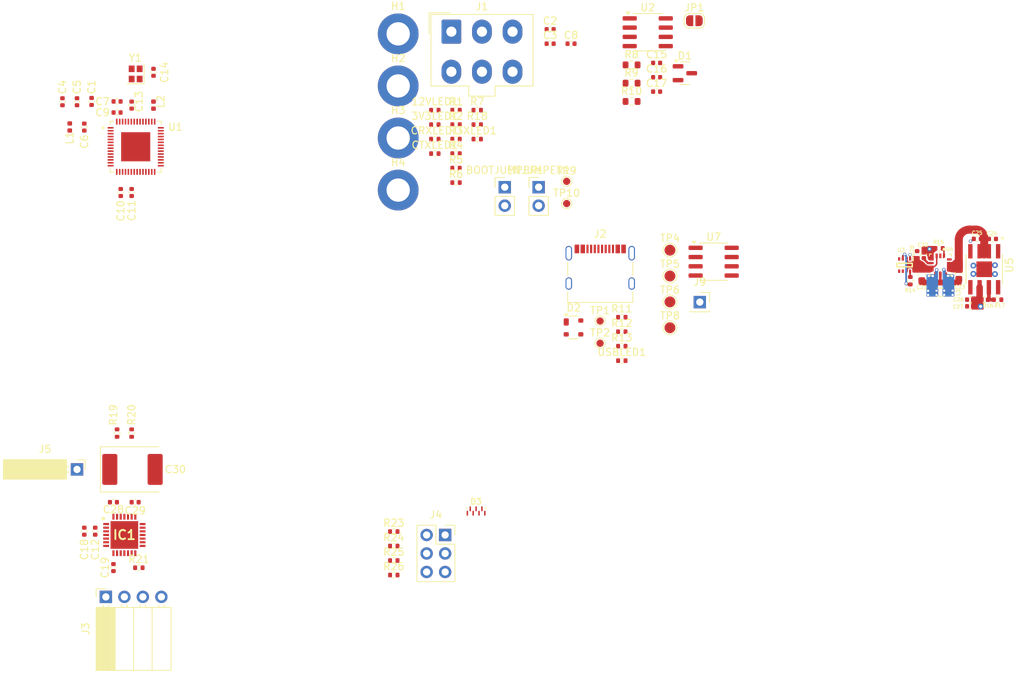
<source format=kicad_pcb>
(kicad_pcb (version 20240108) (generator "pcbnew") (generator_version "8.0")
  (layers (0 "F.Cu" signal) (1 "In1.Cu" signal) (2 "In2.Cu" power) (31 "B.Cu" power) (34 "B.Paste" user) (35 "F.Paste" user) (36 "B.SilkS" user "B.Silkscreen") (37 "F.SilkS" user "F.Silkscreen") (38 "B.Mask" user) (39 "F.Mask" user) (44 "Edge.Cuts" user))
  (net 0 "")
  (net 1 "GND")
  (net 2 "+3V3")
  (net 3 "VBUS")
  (net 4 "RBUS_uC_V")
  (net 5 "/Power/BBIN")
  (net 6 "/Power/BIAS")
  (net 7 "/Power/BBOUT")
  (net 8 "/Power/LX1")
  (net 9 "/Power/LX2")
  (net 10 "/Power/SEL")
  (net 11 "/Power/FBIn")
  (net 12 "Net-(U3-ST)")
  (net 18 "Net-(3V3LED1-A)")
  (net 19 "Net-(12VLED1-A)")
  (net 20 "/BOOT")
  (net 21 "/CHIP_PU")
  (net 22 "Net-(C6-Pad1)")
  (net 23 "Net-(IC1-CPI)")
  (net 24 "Net-(IC1-CPO)")
  (net 25 "Net-(U1-XTAL_N)")
  (net 26 "Net-(C14-Pad1)")
  (net 27 "Net-(JP1-B)")
  (net 28 "Net-(IC1-VCP)")
  (net 29 "/Stepper_Driver/VSS")
  (net 30 "Net-(IC1-5VOUT)")
  (net 31 "/CAN_RX")
  (net 32 "Net-(CRXLED1-A)")
  (net 33 "Net-(CTXLED1-A)")
  (net 34 "/CAN_TX")
  (net 35 "/CAN+")
  (net 36 "/CAN-")
  (net 37 "/Data-")
  (net 38 "/Data+")
  (net 40 "/GPIO8")
  (net 41 "/GPIO5")
  (net 42 "/GPIO6")
  (net 44 "/GPIO7")
  (net 45 "Net-(IC1-BRA)")
  (net 47 "Net-(IC1-BRB)")
  (net 48 "/Stepper_Driver/OB1")
  (net 49 "/MS1")
  (net 50 "/MOTOR_DIR")
  (net 51 "/SG_PULSE")
  (net 53 "/Stepper_Driver/OB2")
  (net 54 "/Stepper_Driver/OA2")
  (net 55 "/MS2")
  (net 56 "/MOTOR_STEP")
  (net 59 "/Stepper_Driver/OA1")
  (net 61 "/SG_CONFIG")
  (net 62 "+16.8V")
  (net 63 "Net-(J2-CC2)")
  (net 65 "Net-(J2-CC1)")
  (net 67 "Net-(J9-Pin_1)")
  (net 68 "/CAN-BUS/Vref")
  (net 69 "Net-(U1-XTAL_P)")
  (net 70 "Net-(TXLED1-A)")
  (net 71 "Net-(U1-U0TXD{slash}PROG{slash}GPIO43)")
  (net 72 "/TXD")
  (net 73 "+12V")
  (net 74 "Net-(U2-Rs)")
  (net 75 "Net-(USBLED1-A)")
  (net 76 "/SG_RESULT")
  (net 77 "/RXD")
  (footprint "MountingHole:MountingHole_3.2mm_M3_DIN965_Pad" (layer "F.Cu") (at 98.52 69.59)
    (property "Reference" "H3")
    (property "Value" "MountingHole_Pad")
  )
  (footprint "Capacitor_SMD:C_0402_1005Metric" (layer "F.Cu") (at 119.38 54.67)
    (property "Reference" "C2")
    (property "Value" "1uF")
  )
  (footprint "Capacitor_SMD:C_0402_1005Metric" (layer "F.Cu") (at 59.925 66.09 180)
    (property "Reference" "C9")
    (property "Value" "10nF")
  )
  (footprint "Capacitor_Tantalum_SMD:CP_EIA-7360-38_Kemet-E" (layer "F.Cu") (at 62.0375 115.09)
    (property "Reference" "C30")
    (property "Value" "100u")
  )
  (footprint "Capacitor_SMD:C_0402_1005Metric" (layer "F.Cu") (at 119.38 56.64)
    (property "Reference" "C3")
    (property "Value" "0.1uF")
  )
  (footprint "Resistor_SMD:R_0402_1005Metric" (layer "F.Cu") (at 180.817285 91.79)
    (property "Reference" "R17")
    (property "Value" "10k")
  )
  (footprint "Resistor_SMD:R_0402_1005Metric" (layer "F.Cu") (at 106.46 73.72)
    (property "Reference" "R5")
    (property "Value" "1k")
  )
  (footprint "Inductor_SMD:L_0402_1005Metric" (layer "F.Cu") (at 53.425 68.075 -90)
    (property "Reference" "L1")
    (property "Value" "2.0nH")
  )
  (footprint "Resistor_SMD:R_0402_1005Metric" (layer "F.Cu") (at 106.46 75.71)
    (property "Reference" "R6")
    (property "Value" "499R")
  )
  (footprint "Resistor_SMD:R_0402_1005Metric" (layer "F.Cu") (at 129.22 100.16)
    (property "Reference" "USBLED1")
    (property "Value" "WHITE_LED")
  )
  (footprint "Capacitor_SMD:C_0402_1005Metric" (layer "F.Cu") (at 59.425 119.59)
    (property "Reference" "C28")
    (property "Value" "100n")
  )
  (footprint "Resistor_SMD:R_0603_1608Metric" (layer "F.Cu") (at 130.56 59.55)
    (property "Reference" "R8")
    (property "Value" "0")
  )
  (footprint "Capacitor_SMD:C_0402_1005Metric" (layer "F.Cu") (at 134 61.25)
    (property "Reference" "C16")
    (property "Value" "10uF")
  )
  (footprint "Capacitor_SMD:C_0402_1005Metric" (layer "F.Cu") (at 61.925 65.07 90)
    (property "Reference" "C13")
    (property "Value" "11pF")
  )
  (footprint "Resistor_SMD:R_0603_1608Metric" (layer "F.Cu") (at 130.56 64.57)
    (property "Reference" "R10")
    (property "Value" "60")
  )
  (footprint "Capacitor_SMD:C_0402_1005Metric" (layer "F.Cu") (at 61.925 77.07 -90)
    (property "Reference" "C11")
    (property "Value" "0.1uF")
  )
  (footprint "Capacitor_SMD:C_0402_1005Metric" (layer "F.Cu") (at 64.925 60.57 90)
    (property "Reference" "C14")
    (property "Value" "11pF")
  )
  (footprint "Capacitor_SMD:C_0402_1005Metric" (layer "F.Cu") (at 56.425 64.57 90)
    (property "Reference" "C1")
    (property "Value" "10uF")
  )
  (footprint "Resistor_SMD:R_0402_1005Metric" (layer "F.Cu") (at 106.46 65.76)
    (property "Reference" "R1")
    (property "Value" "10K")
  )
  (footprint "Resistor_SMD:R_0402_1005Metric" (layer "F.Cu") (at 103.55 69.74)
    (property "Reference" "CRXLED1")
    (property "Value" "ORANGE_LED")
  )
  (footprint "Capacitor_SMD:C_0402_1005Metric" (layer "F.Cu") (at 56.925 123.57 -90)
    (property "Reference" "C12")
    (property "Value" "22n")
  )
  (footprint "Resistor_SMD:R_0402_1005Metric" (layer "F.Cu") (at 106.46 69.74)
    (property "Reference" "R3")
    (property "Value" "10K")
  )
  (footprint "Capacitor_SMD:C_0402_1005Metric" (layer "F.Cu") (at 59.425 128.57 90)
    (property "Reference" "C19")
    (property "Value" "2.2u")
  )
  (footprint "TestPoint:TestPoint_Pad_D1.0mm" (layer "F.Cu") (at 126.24 94.72)
    (property "Reference" "TP1")
    (property "Value" "TestPoint")
  )
  (footprint "Resistor_SMD:R_0402_1005Metric" (layer "F.Cu") (at 106.46 71.73)
    (property "Reference" "R4")
    (property "Value" "470")
  )
  (footprint "Capacitor_SMD:C_0402_1005Metric" (layer "F.Cu") (at 55.425 123.57 -90)
    (property "Reference" "C18")
    (property "Value" "100n")
  )
  (footprint "Capacitor_SMD:C_0402_1005Metric" (layer "F.Cu") (at 178.03 83.44 180)
    (property "Reference" "C25")
    (property "Value" "4.7uF")
  )
  (footprint "iclr:SOTFL50P160X60-8N" (layer "F.Cu") (at 168.05 87.032 -90)
    (property "Reference" "U3")
    (property "Value" "LM66200DRLR" (hide yes))
  )
  (footprint "Capacitor_SMD:C_0402_1005Metric" (layer "F.Cu") (at 134 59.28)
    (property "Reference" "C15")
    (property "Value" "100nF")
  )
  (footprint "Capacitor_SMD:C_0402_1005Metric" (layer "F.Cu") (at 122.25 56.64)
    (property "Reference" "C8")
    (property "Value" "0.1uF")
  )
  (footprint "Resistor_SMD:R_0402_1005Metric" (layer "F.Cu") (at 129.22 96.18)
    (property "Reference" "R12")
    (property "Value" "5.1k")
  )
  (footprint "Resistor_SMD:R_0402_1005Metric" (layer "F.Cu") (at 97.915 127.6)
    (property "Reference" "R25")
    (property "Value" "10k")
  )
  (footprint "Capacitor_SMD:C_0402_1005Metric" (layer "F.Cu") (at 177.11 92.7)
    (property "Reference" "C27")
    (property "Value" "0.1uF")
  )
  (footprint "Capacitor_SMD:C_0402_1005Metric" (layer "F.Cu") (at 60.425 77.07 -90)
    (property "Reference" "C10")
    (property "Value" "0.1uF")
  )
  (footprint "Resistor_SMD:R_0402_1005Metric" (layer "F.Cu") (at 61.925 110.1 -90)
    (property "Reference" "R20")
    (property "Value" "0.1")
  )
  (footprint "TestPoint:TestPoint_Pad_D1.5mm" (layer "F.Cu") (at 135.83 92.09)
    (property "Reference" "TP6")
    (property "Value" "TestPoint")
  )
  (footprint "Capacitor_SMD:C_0603_1608Metric" (layer "F.Cu") (at 175.485 88.19 -90)
    (property "Reference" "C23")
    (property "Value" "22uF")
  )
  (footprint "TestPoint:TestPoint_Pad_D1.5mm" (layer "F.Cu") (at 135.83 88.54)
    (property "Reference" "TP5")
    (property "Value" "TestPoint")
  )
  (footprint "TestPoint:TestPoint_Pad_D1.0mm" (layer "F.Cu") (at 121.65 78.59)
    (property "Reference" "TP10")
    (property "Value" "TestPoint")
  )
  (footprint "Resistor_SMD:R_0402_1005Metric" (layer "F.Cu") (at 103.55 67.75)
    (property "Reference" "3V3LED1")
    (property "Value" "BLUE_LED")
  )
  (footprint "MountingHole:MountingHole_3.2mm_M3_DIN965_Pad" (layer "F.Cu") (at 98.52 55.29)
    (property "Reference" "H1")
    (property "Value" "MountingHole_Pad")
  )
  (footprint "Connector_Molex:Molex_Mini-Fit_Jr_5566-06A_2x03_P4.20mm_Vertical" (layer "F.Cu") (at 105.82 54.99)
    (property "Reference" "J1")
    (property "Value" "RBUS")
  )
  (footprint "Resistor_SMD:R_0402_1005Metric" (layer "F.Cu") (at 168.83 89.182 90)
    (property "Reference" "R14")
    (property "Value" "10k")
  )
  (footprint "MountingHole:MountingHole_3.2mm_M3_DIN965_Pad" (layer "F.Cu") (at 98.52 76.74)
    (property "Reference" "H4")
    (property "Value" "MountingHole_Pad")
  )
  (footprint "TestPoint:TestPoint_Pad_D1.5mm" (layer "F.Cu") (at 135.83 95.64)
    (property "Reference" "TP8")
    (property "Value" "TestPoint")
  )
  (footprint "Resistor_SMD:R_0402_1005Metric" (layer "F.Cu") (at 97.915 125.61)
    (property "Reference" "R24")
    (property "Value" "10k")
  )
  (footprint "Capacitor_SMD:C_0402_1005Metric" (layer "F.Cu") (at 169.77 85.6 90)
    (property "Reference" "C20")
    (property "Value" "10uF")
  )
  (footprint "Capacitor_SMD:C_0402_1005Metric" (layer "F.Cu") (at 134 63.22)
    (property "Reference" "C17")
    (property "Value" "47nF")
  )
  (footprint "Connector_PinSocket_2.54mm:PinSocket_1x04_P2.54mm_Horizontal" (layer "F.Cu") (at 58.385 132.59 90)
    (property "Reference" "J3")
    (property "Value" "Motor Breakout")
  )
  (footprint "Resistor_SMD:R_0402_1005Metric" (layer "F.Cu") (at 59.925 110.1 -90)
    (property "Reference" "R19")
    (property "Value" "0.1")
  )
  (footprint "TestPoint:TestPoint_Pad_D1.0mm" (layer "F.Cu") (at 126.24 97.77)
    (property "Reference" "TP2")
    (property "Value" "TestPoint")
  )
  (footprint "Package_TO_SOT_SMD:SOT-143" (layer "F.Cu") (at 122.59 95.595)
    (property "Reference" "D2")
    (property "Value" "SP0503BAHT")
  )
  (footprint "Inductor_SMD:L_0402_1005Metric" (layer "F.Cu") (at 64.925 65.075 90)
    (property "Reference" "L2")
    (property "Value" "20nH")
  )
  (footprint "Resistor_SMD:R_0402_1005Metric" (layer "F.Cu") (at 103.55 65.76)
    (property "Reference" "12VLED1")
    (property "Value" "RED_LED")
  )
  (footprint "Resistor_SMD:R_0402_1005Metric" (layer "F.Cu") (at 129.22 94.19)
    (property "Reference" "R11")
    (property "Value" "5.1k")
  )
  (footprint "Connector_PinHeader_2.54mm:PinHeader_1x02_P2.54mm_Vertical" (layer "F.Cu") (at 117.8 76.34)
    (property "Reference" "ENJUMPER1")
    (property "Value" "Conn_01x02_Male")
  )
  (footprint "Resistor_SMD:R_0402_1005Metric" (layer "F.Cu") (at 178.957285 91.79)
    (property "Reference" "R16")
    (property "Value" "56k")
  )
  (footprint "Capacitor_SMD:C_0402_1005Metric" (layer "F.Cu") (at 59.925 64.57 180)
    (property "Reference" "C7")
    (property "Value" "1uF")
  )
  (footprint "Resistor_SMD:R_0402_1005Metric" (layer "F.Cu") (at 172.77 84.74 180)
    (property "Reference" "R15")
    (property "Value" "14k")
  )
  (footprint "Package_SO:SOIC-8_3.9x4.9mm_P1.27mm" (layer "F.Cu") (at 141.83 86.57)
    (property "Reference" "U7")
    (property "Value" "XL1509-3.3")
  )
  (footprint "Resistor_SMD:R_0402_1005Metric" (layer "F.Cu") (at 97.915 123.62)
    (property "Reference" "R23")
    (property "Value" "10k")
  )
  (footprint "Connector_PinSocket_2.54mm:PinSocket_1x01_P2.54mm_Horizontal" (layer "F.Cu") (at 54.425 115.09)
    (property "Reference" "J5")
    (property "Value" "Power in")
  )
  (footprint "Connector_PinHeader_2.54mm:PinHeader_1x02_P2.54mm_Vertical" (layer "F.Cu") (at 113.15 76.34)
    (property "Reference" "BOOTJUMPER1")
    (property "Value" "Conn_01x02_Male")
  )
  (footprint "Resistor_SMD:R_0402_1005Metric" (layer "F.Cu") (at 109.37 67.75)
    (property "Reference" "R18")
    (property "Value" "1k")
  )
  (footprint "Capacitor_SMD:C_0402_1005Metric" (layer "F.Cu") (at 180.109508 83.443814)
    (property "Reference" "C24")
    (property "Value" "10uF")
  )
  (footprint "iclr:QFN50P500X500X90-29N" (layer "F.Cu") (at 60.925 124.09)
    (property "Reference" "IC1")
    (property "Value" "TMC2209-LA" (hide yes))
  )
  (footprint "Resistor_SMD:R_0603_1608Metric" (layer "F.Cu") (at 130.56 62.06)
    (property "Reference" "R9")
    (property "Value" "60")
  )
  (footprint "iclr:SOIC127P599X175-9N" (layer "F.Cu") (at 178.979508 87.608814 -90)
    (property "Reference" "U5")
    (property "Value" "SC4215ASTRT")
  )
  (footprint "TestPoint:TestPoint_Pad_D1.0mm" (layer "F.Cu") (at 121.65 75.54)
    (property "Reference" "TP9")
    (property "Value" "TestPoint")
  )
  (footprint "Capacitor_SMD:C_0402_1005Metric" (layer "F.Cu") (at 52.425 64.61 90)
    (property "Reference" "C4")
    (property "Value" "1uF")
  )
  (footprint "Connector_USB:USB_C_Receptacle_Palconn_UTC16-G" (layer "F.Cu") (at 126.26 87.33)
    (property "Reference" "J2")
    (property "Value" "USB_C_Receptacle_USB2.0")
  )
  (footprint "Package_SO:SOIC-8_3.9x4.9mm_P1.27mm" (layer "F.Cu") (at 132.78 55.07)
    (property "Reference" "U2")
    (property "Value" "SN65HVD230")
  )
  (footprint "Capacitor_SMD:C_0402_1005Metric" (layer "F.Cu") (at 177.11 91.78)
    (property "Reference" "C26")
    (property "Value" "10uF")
  )
  (footprint "Crystal:Crystal_SMD_2016-4Pin_2.0x1.6mm" (layer "F.Cu") (at 62.475 60.79 90)
    (property "Reference" "Y1")
    (property "Value" "R940000171")
  )
  (footprint "Resistor_SMD:R_0402_1005Metric" (layer "F.Cu") (at 62.915 128.59)
    (property "Reference" "R21")
    (property "Value" "1k")
  )
  (footprint "Resistor_SMD:R_0402_1005Metric" (layer "F.Cu") (at 97.915 129.59)
    (property "Reference" "R26")
    (property "Value" "10k")
  )
  (footprint "Capacitor_SMD:C_0402_1005Metric" (layer "F.Cu") (at 54.425 64.61 90)
    (property "Reference" "C5")
    (property "Value" "0.1uF")
  )
  (footprint "iclr:RCLAMP3346PQTNT" (layer "F.Cu") (at 109.215 120.8)
    (property "Reference" "D3")
    (property "Value" "RCLAMP3346PQTNT" (hide yes))
  )
  (footprint "MountingHole:MountingHole_3.2mm_M3_DIN965_Pad" (layer "F.Cu") (at 98.52 62.44)
    (property "Reference" "H2")
    (property "Value" "MountingHole_Pad")
  )
  (footprint "Resistor_SMD:R_0402_1005Metric" (layer "F.Cu") (at 129.22 98.17)
    (property "Reference" "R13")
    (property "Value" "5.1k")
  )
  (footprint "iclr:CONV_MAX77827AEFD+T" (layer "F.Cu") (at 172.952926 87.01 -90)
    (property "Reference" "U4")
    (property "Value" "MAX77827AEFD+T")
  )
  (footprint "Capacitor_SMD:C_0402_1005Metric" (layer "F.Cu") (at 62.405 119.59 180)
    (property "Reference" "C29")
    (property "Value" "100n")
  )
  (footprint "Connector_PinSocket_2.54mm:PinSocket_2x03_P2.54mm_Vertical" (layer "F.Cu") (at 104.965 124.09)
    (property "Reference" "J4")
    (property "Value" "GPIO Breakout")
  )
  (footprint "Package_TO_SOT_SMD:SOT-23" (layer "F.Cu") (at 137.88 60.695)
    (property "Reference" "D1")
    (property "Value" "SM712_SOT23")
  )
  (footprint "Resistor_SMD:R_0402_1005Metric" (layer "F.Cu") (at 109.37 65.76)
    (property "Reference" "R7")
    (property "Value" "3k")
  )
  (footprint "Capacitor_SMD:C_0603_1608Metric" (layer "F.Cu") (at 170.414377 88.377856 -90)
    (property "Reference" "C21")
    (property "Value" "10uF")
  )
  (footprint "Capacitor_SMD:C_0402_1005Metric" (layer "F.Cu") (at 170.69 85.6 90)
    (property "Reference" "C22")
    (property "Value" "1uF")
  )
  (footprint "Resistor_SMD:R_0402_1005Metric" (layer "F.Cu") (at 103.55 71.73)
    (property "Reference" "CTXLED1")
    (property "Value" "GREEN_LED")
  )
  (footprint "Inductor_SMD:L_0805_2012Metric" (layer "F.Cu") (at 172.957566 90.757961)
    (property "Reference" "L3")
    (property "Value" "1uH")
  )
  (footprint "Capacitor_SMD:C_0402_1005Metric" (layer "F.Cu") (at 55.425 68.09 90)
    (property "Reference" "C6")
    (property "Value" "0.1uF")
  )
  (footprint "Resistor_SMD:R_0402_1005Metric" (layer "F.Cu") (at 106.46 67.75)
    (property "Reference" "R2")
    (property "Value" "470")
  )
  (footprint "Jumper:SolderJumper-2_P1.3mm_Open_RoundedPad1.0x1.5mm" (layer "F.Cu") (at 139.18 53.49)
    (property "Reference" "JP1")
    (property "Value" "TermJP")
  )
  (footprint "TestPoint:TestPoint_Pad_D1.5mm" (layer "F.Cu") (at 135.83 84.99)
    (property "Reference" "TP4")
    (property "Value" "TestPoint")
  )
  (footprint "Connector_PinSocket_2.54mm:PinSocket_1x01_P2.54mm_Vertical" (layer "F.Cu") (at 139.93 92.12)
    (property "Reference" "J9")
    (property "Value" "Conn_01x01_Socket")
  )
  (footprint "iclr:QFN40P700X700X90-57N" (layer "F.Cu") (at 62.48 70.79)
    (property "Reference" "U1")
    (property "Value" "ESP32-S3")
  )
  (footprint "Resistor_SMD:R_0402_1005Metric" (layer "F.Cu") (at 109.37 69.74)
    (property "Reference" "TXLED1")
    (property "Value" "GREEN_LED")
  )
  (segment (start 175.481 89.431) (end 175.485 89.427) (width 0.8) (layer "F.Cu") (net 1))
  (segment (start 172.950705 88.10939) (end 172.950705 89.241165) (width 0.36) (layer "F.Cu") (net 1))
  (segment (start 170.362537 89.431) (end 175.481 89.431) (width 0.8) (layer "F.Cu") (net 1))
  (segment (start 172.952926 89.241775) (end 172.944701 89.25) (width 0.25) (layer "F.Cu") (net 1))
  (segment (start 175.485 89.427) (end 175.485 88.965) (width 0.8) (layer "F.Cu") (net 1))
  (segment (start 168.8 86.194) (end 168.8 85.615) (width 0.25) (layer "F.Cu") (net 1))
  (via (at 171.462 84.829) (size 0.6) (drill 0.3) (layers "F.Cu" "B.Cu") (net 1))
  (via (at 177.09 83.75) (size 0.45) (drill 0.3) (layers "F.Cu" "B.Cu") (net 1))
  (via (at 177.489508 88.243814) (size 0.8) (drill 0.4) (layers "F.Cu" "B.Cu") (net 1))
  (via (at 180.449508 88.273814) (size 0.8) (drill 0.4) (layers "F.Cu" "B.Cu") (net 1))
  (via (at 180.449508 87.053814) (size 0.8) (drill 0.4) (layers "F.Cu" "B.Cu") (net 1))
  (via (at 177.489508 88.243814) (size 0.8) (drill 0.4) (layers "F.Cu" "B.Cu") (net 1))
  (via (at 168.8 85.615) (size 0.45) (drill 0.3) (layers "F.Cu" "B.Cu") (net 1))
  (via (at 177.489508 87.103814) (size 0.8) (drill 0.4) (layers "F.Cu" "B.Cu") (net 1))
  (segment (start 178.344508 90.078814) (end 178.344508 91.687223) (width 0.9) (layer "F.Cu") (net 2))
  (via (at 178.475 92.715) (size 0.8) (drill 0.4) (layers "F.Cu" "B.Cu") (net 2))
  (segment (start 168.83 89.692) (end 168.888 89.692) (width 0.25) (layer "F.Cu") (net 3))
  (segment (start 168.83 89.692) (end 168.377 89.692) (width 0.25) (layer "F.Cu") (net 3))
  (segment (start 167.8 86.194) (end 167.8 85.806917) (width 0.25) (layer "F.Cu") (net 3))
  (segment (start 168.377 89.692) (end 168.265 89.58) (width 0.25) (layer "F.Cu") (net 3))
  (segment (start 167.8 85.806917) (end 168.042084 85.564833) (width 0.25) (layer "F.Cu") (net 3))
  (via (at 168.042084 85.564833) (size 0.45) (drill 0.3) (layers "F.Cu" "B.Cu") (net 3))
  (via (at 168.265 89.58) (size 0.45) (drill 0.3) (layers "F.Cu" "B.Cu") (net 3))
  (segment (start 168.26 89.575) (end 168.26 85.782749) (width 0.25) (layer "B.Cu") (net 3))
  (segment (start 168.26 85.782749) (end 168.042084 85.564833) (width 0.25) (layer "B.Cu") (net 3))
  (segment (start 168.265 89.58) (end 168.26 89.575) (width 0.25) (layer "B.Cu") (net 3))
  (segment (start 172.452926 85.71) (end 172.452926 86.777373) (width 0.2) (layer "F.Cu") (net 5))
  (segment (start 172.34 87.05) (end 172.292132 87.097868) (width 0.2) (layer "F.Cu") (net 5))
  (segment (start 168.3 86.194) (end 168.3 87.87) (width 0.25) (layer "F.Cu") (net 5))
  (arc (start 172.292132 87.097868) (mid 172.057163 87.254869) (end 171.78 87.31) (width 0.2) (layer "F.Cu") (net 5))
  (arc (start 172.452926 86.777373) (mid 172.423577 86.924918) (end 172.34 87.05) (width 0.2) (layer "F.Cu") (net 5))
  (segment (start 170.69 86.08) (end 170.69 86.173764) (width 0.25) (layer "F.Cu") (net 6))
  (segment (start 170.671882 86.191882) (end 171.248118 86.768118) (width 0.31) (layer "F.Cu") (net 6))
  (segment (start 171.248118 86.768118) (end 171.734808 86.768118) (width 0.31) (layer "F.Cu") (net 6))
  (segment (start 170.69 86.173764) (end 170.671882 86.191882) (width 0.25) (layer "F.Cu") (net 6))
  (segment (start 176.961396 82.165) (end 177.84365 82.165) (width 1.1) (layer "F.Cu") (net 7))
  (segment (start 175.485 87.415) (end 175.485 83.556543) (width 1.1) (layer "F.Cu") (net 7))
  (segment (start 178.975 83.29635) (end 178.975 85.59) (width 1.1) (layer "F.Cu") (net 7))
  (segment (start 179.614508 85.138814) (end 178.344508 85.138814) (width 0.25) (layer "F.Cu") (net 7))
  (arc (start 177.84365 82.165) (mid 178.643635 82.496365) (end 178.975 83.29635) (width 1.1) (layer "F.Cu") (net 7))
  (arc (start 175.485 83.556543) (mid 175.586358 83.046984) (end 175.875 82.615) (width 1.1) (layer "F.Cu") (net 7))
  (arc (start 175.875 82.615) (mid 176.373442 82.281951) (end 176.961396 82.165) (width 1.1) (layer "F.Cu") (net 7))
  (via (at 171.358495 88.542804) (size 0.45) (drill 0.3) (layers "F.Cu" "B.Cu") (net 8))
  (via (at 172.42959 90.555244) (size 0.45) (drill 0.3) (layers "F.Cu" "B.Cu") (net 8))
  (via (at 171.924677 88.545738) (size 0.45) (drill 0.3) (layers "F.Cu" "B.Cu") (net 8))
  (via (at 171.275961 90.576736) (size 0.45) (drill 0.3) (layers "F.Cu" "B.Cu") (net 8))
  (via (at 172.428243 91.130497) (size 0.45) (drill 0.3) (layers "F.Cu" "B.Cu") (net 8))
  (via (at 172.436814 87.705278) (size 0.45) (drill 0.3) (layers "F.Cu" "B.Cu") (net 8))
  (via (at 171.27655 91.132958) (size 0.45) (drill 0.3) (layers "F.Cu" "B.Cu") (net 8))
  (via (at 173.491691 91.12392) (size 0.45) (drill 0.3) (layers "F.Cu" "B.Cu") (net 9))
  (via (at 173.415 87.64) (size 0.45) (drill 0.3) (layers "F.Cu" "B.Cu") (net 9))
  (via (at 173.99 88.52) (size 0.45) (drill 0.3) (layers "F.Cu" "B.Cu") (net 9))
  (via (at 174.635177 91.132978) (size 0.45) (drill 0.3) (layers "F.Cu" "B.Cu") (net 9))
  (via (at 174.635177 90.54) (size 0.45) (drill 0.3) (layers "F.Cu" "B.Cu") (net 9))
  (via (at 173.488787 90.54) (size 0.45) (drill 0.3) (layers "F.Cu" "B.Cu") (net 9))
  (via (at 174.584257 88.53848) (size 0.45) (drill 0.3) (layers "F.Cu" "B.Cu") (net 9))
  (segment (start 173.452926 85.71) (end 173.452926 85.15748) (width 0.2) (layer "F.Cu") (net 10))
  (arc (start 173.452926 85.15748) (mid 173.407984 84.931541) (end 173.28 84.74) (width 0.2) (layer "F.Cu") (net 10))
  (segment (start 179.467285 91.79) (end 180.307285 91.79) (width 0.5) (layer "F.Cu") (net 11))
  (segment (start 179.614508 91.642777) (end 179.467285 91.79) (width 0.25) (layer "F.Cu") (net 11))
  (segment (start 179.614508 90.078814) (end 179.614508 91.642777) (width 0.5) (layer "F.Cu") (net 11))
  (segment (start 168.8 87.87) (end 168.8 88.642) (width 0.25) (layer "F.Cu") (net 12))
  (segment (start 168.8 88.642) (end 168.83 88.672) (width 0.25) (layer "F.Cu") (net 12))
  (zone (net 5) (net_name "/Power/BBIN") (layer "F.Cu") (connect_pads (clearance 0.2)) (min_thickness 0.254) (fill yes (thermal_gap 0.508) (thermal_bridge_width 0.508))
    (polygon (pts (xy 172.030647 87.914922) (xy 171.907927 87.914922) (xy 171.397541 87.912641) (xy 171.397541 87.104182) (xy 172.030646 87.104182)))
  )
  (zone (net 1) (net_name "GND") (layer "F.Cu") (priority 5) (connect_pads yes (clearance 0.2)) (min_thickness 0.254) (fill yes (thermal_gap 0.508) (thermal_bridge_width 0.508) (smoothing fillet) (radius 0.1) (island_removal_mode 2) (island_area_min 0))
    (polygon (pts (xy 172.54 84.99) (xy 172.04 85.37) (xy 172.04 86.43) (xy 171.4125 86.4175) (xy 171.025 85.915) (xy 170.38 85.92) (xy 170.38 84.41) (xy 172.54 84.41)))
  )
  (zone (net 5) (net_name "/Power/BBIN") (layer "F.Cu") (priority 5) (connect_pads yes (clearance 0)) (min_thickness 0.254) (fill yes (thermal_gap 0.508) (thermal_bridge_width 0.508))
    (polygon (pts (xy 170.73 86.514835) (xy 171.293 87.089) (xy 171.398 87.104) (xy 171.785 87.448) (xy 171.964 87.898) (xy 171.506 88.074) (xy 169.13088 88.077482) (xy 169.130886 87.992) (xy 168.23 87.992) (xy 168.23 85.792) (xy 170.73 85.792)))
  )
  (zone (net 7) (net_name "/Power/BBOUT") (layer "F.Cu") (priority 5) (connect_pads yes (clearance 0)) (min_thickness 0.254) (fill yes (thermal_gap 0.508) (thermal_bridge_width 0.508) (smoothing fillet) (radius 0.1))
    (polygon (pts (xy 176.032883 86.262002) (xy 176.033174 86.649475) (xy 176.033112 86.649475) (xy 176.037475 88.104499) (xy 175.048 88.103) (xy 173.837 87.905) (xy 173.872 86.604) (xy 174.531073 86.607023) (xy 174.92 86.26)))
  )
  (zone (net 2) (net_name "+3V3") (layer "F.Cu") (priority 1) (connect_pads yes (clearance 0.2)) (min_thickness 0.254) (fill yes (thermal_gap 0.508) (thermal_bridge_width 0.508) (smoothing fillet) (radius 0.1))
    (polygon (pts (xy 178.9 93.15) (xy 177.15 93.15) (xy 177.15 91.34) (xy 178.9 91.34)))
  )
  (zone (net 0) (net_name "") (layer "F.Cu") (name "gnda connection override") (connect_pads yes (clearance 0)) (min_thickness 0.254)
    (keepout (tracks not_allowed) (vias not_allowed) (pads not_allowed) (copperpour not_allowed) (footprints allowed))
    (fill (thermal_gap 0.508) (thermal_bridge_width 0.508) (island_removal_mode 2) (island_area_min 0))
    (polygon (pts (xy 170.379733 84.159894) (xy 172.539184 84.159894) (xy 172.539185 84.159817) (xy 172.789185 84.159817) (xy 172.789184 85.320134) (xy 172.539184 85.320134) (xy 172.539184 84.409894) (xy 170.379733 84.409894) (xy 170.379733 86.320125) (xy 170.129733 86.320125) (xy 170.129734 84.159808) (xy 170.379734 84.159808)))
  )
  (zone (net 9) (net_name "/Power/LX2") (layer "F.Cu") (priority 5) (connect_pads yes (clearance 0)) (min_thickness 0.254) (fill yes (thermal_gap 0.508) (thermal_bridge_width 0.508) (smoothing fillet) (radius 0.1))
    (polygon (pts (xy 173.689811 87.72734) (xy 173.708 87.871) (xy 173.723 87.933) (xy 173.950967 88.319) (xy 174.6 88.319) (xy 174.601467 88.720398) (xy 173.423026 88.721398) (xy 173.423 88.319) (xy 173.423908 88.319) (xy 173.423 87.936) (xy 173.258178 87.811032) (xy 173.257178 87.491032) (xy 173.621811 87.48934)))
  )
  (zone (net 9) (net_name "/Power/LX2") (layer "F.Cu") (priority 5) (connect_pads yes (clearance 0)) (min_thickness 0.254) (fill yes (thermal_gap 0.508) (thermal_bridge_width 0.508) (smoothing fillet) (radius 0.1))
    (polygon (pts (xy 174.861 91.356) (xy 173.262 91.356) (xy 173.262 90.156) (xy 174.861 90.156)))
  )
  (zone (net 8) (net_name "/Power/LX1") (layer "F.Cu") (priority 5) (connect_pads (clearance 0)) (min_thickness 0.254) (fill yes (thermal_gap 0.508) (thermal_bridge_width 0.508) (smoothing fillet) (radius 0.1))
    (polygon (pts (xy 172.655 91.356) (xy 171.051 91.356) (xy 171.051 90.156) (xy 172.655 90.156)))
  )
  (zone (net 8) (net_name "/Power/LX1") (layer "F.Cu") (priority 5) (connect_pads yes (clearance 0)) (min_thickness 0.254) (fill yes (thermal_gap 0.508) (thermal_bridge_width 0.508) (smoothing fillet) (radius 0.1))
    (polygon (pts (xy 172.671279 87.706768) (xy 172.481 88.005) (xy 172.482531 88.319636) (xy 172.482997 88.319636) (xy 172.484464 88.721034) (xy 171.306023 88.722034) (xy 171.305997 88.319636) (xy 172.123741 88.319636) (xy 172.123 88.044) (xy 172.234 87.804) (xy 172.231 87.532) (xy 172.230861 87.499255) (xy 172.661708 87.497743)))
  )
  (zone (net 9) (net_name "/Power/LX2") (layer "B.Cu") (priority 5) (connect_pads (clearance 0)) (min_thickness 0.254) (fill yes (thermal_gap 0.508) (thermal_bridge_width 0.508) (smoothing fillet) (radius 0.1))
    (polygon (pts (xy 173.672002 88.312211) (xy 174.861977 88.312211) (xy 174.861976 91.35478) (xy 173.262548 91.35478) (xy 173.262548 90.629998) (xy 173.261717 87.490383) (xy 173.671784 87.48835)))
  )
  (zone (net 8) (net_name "/Power/LX1") (layer "B.Cu") (priority 5) (connect_pads (clearance 0)) (min_thickness 0.254) (fill yes (thermal_gap 0.508) (thermal_bridge_width 0.508) (smoothing fillet) (radius 0.1))
    (polygon (pts (xy 172.644482 88.317417) (xy 172.645 88.317417) (xy 172.645 90.183282) (xy 172.645156 90.745063) (xy 172.645 90.745063) (xy 172.645 91.356) (xy 171.051 91.356) (xy 171.051 88.317417) (xy 172.234414 88.317417) (xy 172.234186 87.495249) (xy 172.644253 87.493216)))
  )
)
</source>
